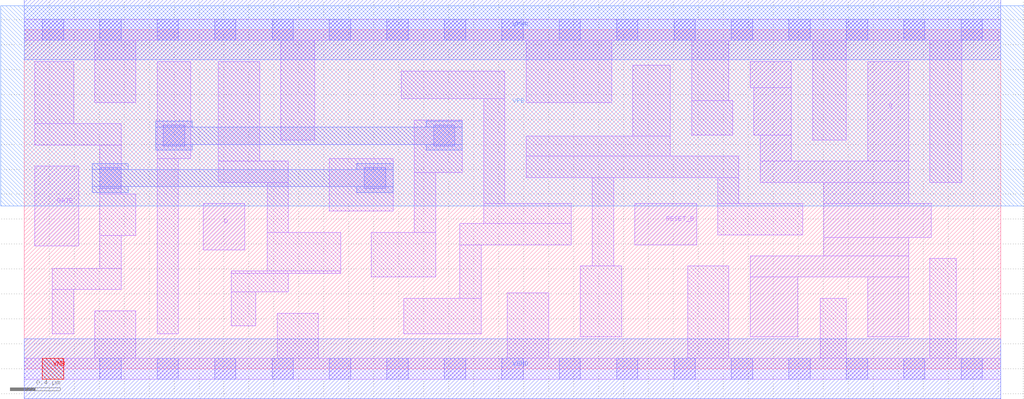
<source format=lef>
# Copyright 2020 The SkyWater PDK Authors
#
# Licensed under the Apache License, Version 2.0 (the "License");
# you may not use this file except in compliance with the License.
# You may obtain a copy of the License at
#
#     https://www.apache.org/licenses/LICENSE-2.0
#
# Unless required by applicable law or agreed to in writing, software
# distributed under the License is distributed on an "AS IS" BASIS,
# WITHOUT WARRANTIES OR CONDITIONS OF ANY KIND, either express or implied.
# See the License for the specific language governing permissions and
# limitations under the License.
#
# SPDX-License-Identifier: Apache-2.0

VERSION 5.7 ;
  NOWIREEXTENSIONATPIN ON ;
  DIVIDERCHAR "/" ;
  BUSBITCHARS "[]" ;
PROPERTYDEFINITIONS
  MACRO maskLayoutSubType STRING ;
  MACRO prCellType STRING ;
  MACRO originalViewName STRING ;
END PROPERTYDEFINITIONS
MACRO sky130_fd_sc_hdll__dlrtp_4
  CLASS CORE ;
  FOREIGN sky130_fd_sc_hdll__dlrtp_4 ;
  ORIGIN  0.000000  0.000000 ;
  SIZE  7.820000 BY  2.720000 ;
  SYMMETRY X Y R90 ;
  SITE unithd ;
  PIN D
    ANTENNAGATEAREA  0.178200 ;
    DIRECTION INPUT ;
    USE SIGNAL ;
    PORT
      LAYER li1 ;
        RECT 1.435000 0.955000 1.765000 1.325000 ;
    END
  END D
  PIN GATE
    ANTENNAGATEAREA  0.178200 ;
    DIRECTION INPUT ;
    USE SIGNAL ;
    PORT
      LAYER li1 ;
        RECT 0.085000 0.985000 0.435000 1.625000 ;
    END
  END GATE
  PIN Q
    ANTENNADIFFAREA  0.931000 ;
    DIRECTION OUTPUT ;
    USE SIGNAL ;
    PORT
      LAYER li1 ;
        RECT 5.815000 0.255000 6.195000 0.735000 ;
        RECT 5.815000 0.735000 7.085000 0.905000 ;
        RECT 5.815000 2.255000 6.145000 2.465000 ;
        RECT 5.845000 1.875000 6.145000 2.255000 ;
        RECT 5.895000 1.495000 7.085000 1.665000 ;
        RECT 5.895000 1.665000 6.145000 1.875000 ;
        RECT 6.405000 0.905000 7.085000 1.055000 ;
        RECT 6.405000 1.055000 7.265000 1.325000 ;
        RECT 6.405000 1.325000 7.085000 1.495000 ;
        RECT 6.755000 0.255000 7.085000 0.735000 ;
        RECT 6.755000 1.665000 7.085000 2.465000 ;
    END
  END Q
  PIN RESET_B
    ANTENNAGATEAREA  0.277500 ;
    DIRECTION INPUT ;
    USE SIGNAL ;
    PORT
      LAYER li1 ;
        RECT 4.890000 0.995000 5.385000 1.325000 ;
    END
  END RESET_B
  PIN VGND
    ANTENNADIFFAREA  1.006250 ;
    DIRECTION INOUT ;
    USE SIGNAL ;
    PORT
      LAYER met1 ;
        RECT 0.000000 -0.240000 7.820000 0.240000 ;
    END
  END VGND
  PIN VNB
    PORT
      LAYER pwell ;
        RECT 0.145000 -0.085000 0.315000 0.085000 ;
    END
  END VNB
  PIN VPB
    PORT
      LAYER nwell ;
        RECT -0.190000 1.305000 8.010000 2.910000 ;
    END
  END VPB
  PIN VPWR
    ANTENNADIFFAREA  1.691000 ;
    DIRECTION INOUT ;
    USE SIGNAL ;
    PORT
      LAYER met1 ;
        RECT 0.000000 2.480000 7.820000 2.960000 ;
    END
  END VPWR
  OBS
    LAYER li1 ;
      RECT 0.000000 -0.085000 7.820000 0.085000 ;
      RECT 0.000000  2.635000 7.820000 2.805000 ;
      RECT 0.085000  1.795000 0.775000 1.965000 ;
      RECT 0.085000  1.965000 0.395000 2.465000 ;
      RECT 0.225000  0.280000 0.395000 0.635000 ;
      RECT 0.225000  0.635000 0.775000 0.805000 ;
      RECT 0.565000  0.085000 0.895000 0.465000 ;
      RECT 0.565000  2.135000 0.895000 2.635000 ;
      RECT 0.605000  0.805000 0.775000 1.070000 ;
      RECT 0.605000  1.070000 0.895000 1.400000 ;
      RECT 0.605000  1.400000 0.775000 1.795000 ;
      RECT 1.065000  0.280000 1.235000 1.685000 ;
      RECT 1.065000  1.685000 1.335000 2.465000 ;
      RECT 1.555000  1.495000 2.115000 1.665000 ;
      RECT 1.555000  1.665000 1.885000 2.465000 ;
      RECT 1.660000  0.345000 1.855000 0.615000 ;
      RECT 1.660000  0.615000 2.115000 0.765000 ;
      RECT 1.660000  0.765000 2.535000 0.785000 ;
      RECT 1.945000  0.785000 2.535000 1.095000 ;
      RECT 1.945000  1.095000 2.115000 1.495000 ;
      RECT 2.025000  0.085000 2.355000 0.445000 ;
      RECT 2.055000  1.835000 2.325000 2.635000 ;
      RECT 2.445000  1.265000 2.955000 1.685000 ;
      RECT 2.780000  0.735000 3.295000 1.095000 ;
      RECT 3.020000  2.165000 3.850000 2.385000 ;
      RECT 3.040000  0.280000 3.660000 0.565000 ;
      RECT 3.125000  1.095000 3.295000 1.575000 ;
      RECT 3.125000  1.575000 3.510000 1.995000 ;
      RECT 3.490000  0.565000 3.660000 0.995000 ;
      RECT 3.490000  0.995000 4.380000 1.165000 ;
      RECT 3.680000  1.165000 4.380000 1.325000 ;
      RECT 3.680000  1.325000 3.850000 2.165000 ;
      RECT 3.870000  0.085000 4.200000 0.610000 ;
      RECT 4.020000  1.535000 5.725000 1.705000 ;
      RECT 4.020000  1.705000 5.175000 1.865000 ;
      RECT 4.020000  2.135000 4.705000 2.635000 ;
      RECT 4.455000  0.255000 4.785000 0.825000 ;
      RECT 4.550000  0.825000 4.720000 1.535000 ;
      RECT 4.875000  1.865000 5.175000 2.435000 ;
      RECT 5.315000  0.085000 5.645000 0.825000 ;
      RECT 5.345000  1.875000 5.675000 2.150000 ;
      RECT 5.345000  2.150000 5.645000 2.635000 ;
      RECT 5.555000  1.075000 6.235000 1.325000 ;
      RECT 5.555000  1.325000 5.725000 1.535000 ;
      RECT 6.315000  1.835000 6.585000 2.635000 ;
      RECT 6.375000  0.085000 6.585000 0.565000 ;
      RECT 7.255000  0.085000 7.465000 0.885000 ;
      RECT 7.255000  1.495000 7.510000 2.635000 ;
    LAYER mcon ;
      RECT 0.145000 -0.085000 0.315000 0.085000 ;
      RECT 0.145000  2.635000 0.315000 2.805000 ;
      RECT 0.605000 -0.085000 0.775000 0.085000 ;
      RECT 0.605000  1.445000 0.775000 1.615000 ;
      RECT 0.605000  2.635000 0.775000 2.805000 ;
      RECT 1.065000 -0.085000 1.235000 0.085000 ;
      RECT 1.065000  2.635000 1.235000 2.805000 ;
      RECT 1.115000  1.785000 1.285000 1.955000 ;
      RECT 1.525000 -0.085000 1.695000 0.085000 ;
      RECT 1.525000  2.635000 1.695000 2.805000 ;
      RECT 1.985000 -0.085000 2.155000 0.085000 ;
      RECT 1.985000  2.635000 2.155000 2.805000 ;
      RECT 2.445000 -0.085000 2.615000 0.085000 ;
      RECT 2.445000  2.635000 2.615000 2.805000 ;
      RECT 2.725000  1.445000 2.895000 1.615000 ;
      RECT 2.905000 -0.085000 3.075000 0.085000 ;
      RECT 2.905000  2.635000 3.075000 2.805000 ;
      RECT 3.280000  1.785000 3.450000 1.955000 ;
      RECT 3.365000 -0.085000 3.535000 0.085000 ;
      RECT 3.365000  2.635000 3.535000 2.805000 ;
      RECT 3.825000 -0.085000 3.995000 0.085000 ;
      RECT 3.825000  2.635000 3.995000 2.805000 ;
      RECT 4.285000 -0.085000 4.455000 0.085000 ;
      RECT 4.285000  2.635000 4.455000 2.805000 ;
      RECT 4.745000 -0.085000 4.915000 0.085000 ;
      RECT 4.745000  2.635000 4.915000 2.805000 ;
      RECT 5.205000 -0.085000 5.375000 0.085000 ;
      RECT 5.205000  2.635000 5.375000 2.805000 ;
      RECT 5.665000 -0.085000 5.835000 0.085000 ;
      RECT 5.665000  2.635000 5.835000 2.805000 ;
      RECT 6.125000 -0.085000 6.295000 0.085000 ;
      RECT 6.125000  2.635000 6.295000 2.805000 ;
      RECT 6.585000 -0.085000 6.755000 0.085000 ;
      RECT 6.585000  2.635000 6.755000 2.805000 ;
      RECT 7.045000 -0.085000 7.215000 0.085000 ;
      RECT 7.045000  2.635000 7.215000 2.805000 ;
      RECT 7.505000 -0.085000 7.675000 0.085000 ;
      RECT 7.505000  2.635000 7.675000 2.805000 ;
    LAYER met1 ;
      RECT 0.545000 1.415000 0.835000 1.460000 ;
      RECT 0.545000 1.460000 2.955000 1.600000 ;
      RECT 0.545000 1.600000 0.835000 1.645000 ;
      RECT 1.055000 1.755000 1.345000 1.800000 ;
      RECT 1.055000 1.800000 3.510000 1.940000 ;
      RECT 1.055000 1.940000 1.345000 1.985000 ;
      RECT 2.665000 1.415000 2.955000 1.460000 ;
      RECT 2.665000 1.600000 2.955000 1.645000 ;
      RECT 3.220000 1.755000 3.510000 1.800000 ;
      RECT 3.220000 1.940000 3.510000 1.985000 ;
  END
  PROPERTY maskLayoutSubType "abstract" ;
  PROPERTY prCellType "standard" ;
  PROPERTY originalViewName "layout" ;
END sky130_fd_sc_hdll__dlrtp_4
END LIBRARY

</source>
